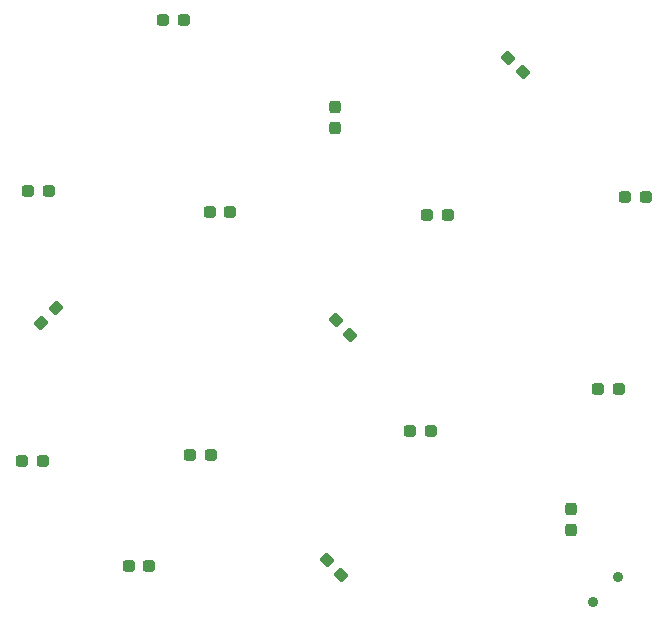
<source format=gts>
%TF.GenerationSoftware,KiCad,Pcbnew,8.0.6*%
%TF.CreationDate,2024-11-04T22:38:12+01:00*%
%TF.ProjectId,christmas_ornament_2024,63687269-7374-46d6-9173-5f6f726e616d,1.0*%
%TF.SameCoordinates,Original*%
%TF.FileFunction,Soldermask,Top*%
%TF.FilePolarity,Negative*%
%FSLAX46Y46*%
G04 Gerber Fmt 4.6, Leading zero omitted, Abs format (unit mm)*
G04 Created by KiCad (PCBNEW 8.0.6) date 2024-11-04 22:38:12*
%MOMM*%
%LPD*%
G01*
G04 APERTURE LIST*
G04 Aperture macros list*
%AMRoundRect*
0 Rectangle with rounded corners*
0 $1 Rounding radius*
0 $2 $3 $4 $5 $6 $7 $8 $9 X,Y pos of 4 corners*
0 Add a 4 corners polygon primitive as box body*
4,1,4,$2,$3,$4,$5,$6,$7,$8,$9,$2,$3,0*
0 Add four circle primitives for the rounded corners*
1,1,$1+$1,$2,$3*
1,1,$1+$1,$4,$5*
1,1,$1+$1,$6,$7*
1,1,$1+$1,$8,$9*
0 Add four rect primitives between the rounded corners*
20,1,$1+$1,$2,$3,$4,$5,0*
20,1,$1+$1,$4,$5,$6,$7,0*
20,1,$1+$1,$6,$7,$8,$9,0*
20,1,$1+$1,$8,$9,$2,$3,0*%
G04 Aperture macros list end*
%ADD10RoundRect,0.237500X0.371231X-0.035355X-0.035355X0.371231X-0.371231X0.035355X0.035355X-0.371231X0*%
%ADD11RoundRect,0.237500X-0.287500X-0.237500X0.287500X-0.237500X0.287500X0.237500X-0.287500X0.237500X0*%
%ADD12RoundRect,0.237500X0.237500X-0.287500X0.237500X0.287500X-0.237500X0.287500X-0.237500X-0.287500X0*%
%ADD13RoundRect,0.237500X-0.371231X0.035355X0.035355X-0.371231X0.371231X-0.035355X-0.035355X0.371231X0*%
%ADD14RoundRect,0.237500X0.035355X0.371231X-0.371231X-0.035355X-0.035355X-0.371231X0.371231X0.035355X0*%
%ADD15C,0.900000*%
G04 APERTURE END LIST*
D10*
X153344806Y-114598453D03*
X152107370Y-113361017D03*
D11*
X142196806Y-83864453D03*
X143946806Y-83864453D03*
X126307806Y-104946453D03*
X128057806Y-104946453D03*
D12*
X172759524Y-110760451D03*
X172759524Y-109010453D03*
D13*
X152869370Y-93041017D03*
X154106806Y-94278453D03*
D11*
X126815806Y-82086453D03*
X128565806Y-82086453D03*
X177361806Y-82594453D03*
X179111806Y-82594453D03*
X138245806Y-67608453D03*
X139995806Y-67608453D03*
D14*
X129182242Y-92025017D03*
X127944806Y-93262453D03*
D11*
X159186806Y-102406453D03*
X160936806Y-102406453D03*
X135338806Y-113836453D03*
X137088806Y-113836453D03*
D12*
X152836806Y-76752453D03*
X152836806Y-75002455D03*
D11*
X160597806Y-84118453D03*
X162347806Y-84118453D03*
X140531806Y-104438453D03*
X142281806Y-104438453D03*
X175075806Y-98850453D03*
X176825806Y-98850453D03*
D10*
X168695524Y-72037171D03*
X167458088Y-70799735D03*
D15*
X176802126Y-114763133D03*
X174680806Y-116884453D03*
M02*

</source>
